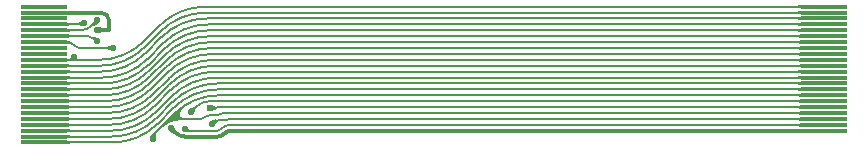
<source format=gbr>
%TF.GenerationSoftware,KiCad,Pcbnew,9.0.3-9.0.3-0~ubuntu24.04.1*%
%TF.CreationDate,2025-09-10T15:10:14+02:00*%
%TF.ProjectId,debix_rpi_22,64656269-785f-4727-9069-5f32322e6b69,rev?*%
%TF.SameCoordinates,Original*%
%TF.FileFunction,Copper,L1,Top*%
%TF.FilePolarity,Positive*%
%FSLAX46Y46*%
G04 Gerber Fmt 4.6, Leading zero omitted, Abs format (unit mm)*
G04 Created by KiCad (PCBNEW 9.0.3-9.0.3-0~ubuntu24.04.1) date 2025-09-10 15:10:14*
%MOMM*%
%LPD*%
G01*
G04 APERTURE LIST*
%TA.AperFunction,Conductor*%
%ADD10C,0.200000*%
%TD*%
%ADD11C,0.200000*%
%TA.AperFunction,SMDPad,CuDef*%
%ADD12R,4.000000X0.300000*%
%TD*%
%TA.AperFunction,ViaPad*%
%ADD13C,0.550000*%
%TD*%
%TA.AperFunction,ViaPad*%
%ADD14C,0.600000*%
%TD*%
%TA.AperFunction,Conductor*%
%ADD15C,0.300000*%
%TD*%
G04 APERTURE END LIST*
D10*
%TO.N,GND*%
X123499208Y-139417460D02*
X122674699Y-139489156D01*
X123000000Y-139200000D01*
X123204278Y-138938196D01*
X123499208Y-139417460D01*
%TA.AperFunction,Conductor*%
G36*
X123499208Y-139417460D02*
G01*
X122674699Y-139489156D01*
X123000000Y-139200000D01*
X123204278Y-138938196D01*
X123499208Y-139417460D01*
G37*
%TD.AperFunction*%
D11*
X123800000Y-139500000D02*
X123795005Y-139498741D01*
X123790044Y-139497470D01*
X123785132Y-139496191D01*
X123780254Y-139494900D01*
X123775424Y-139493601D01*
X123770628Y-139492290D01*
X123765879Y-139490972D01*
X123761163Y-139489642D01*
X123756494Y-139488305D01*
X123751859Y-139486956D01*
X123747268Y-139485600D01*
X123742712Y-139484233D01*
X123738200Y-139482858D01*
X123733721Y-139481473D01*
X123729286Y-139480080D01*
X123724884Y-139478677D01*
X123720526Y-139477267D01*
X123716200Y-139475846D01*
X123711917Y-139474418D01*
X123707666Y-139472980D01*
X123703458Y-139471535D01*
X123699281Y-139470080D01*
X123695146Y-139468618D01*
X123691043Y-139467147D01*
X123686981Y-139465669D01*
X123682950Y-139464180D01*
X123678959Y-139462686D01*
X123675000Y-139461182D01*
X123671080Y-139459672D01*
X123667191Y-139458152D01*
X123663342Y-139456626D01*
X123659522Y-139455090D01*
X123655742Y-139453549D01*
X123651992Y-139451998D01*
X123648280Y-139450441D01*
X123644597Y-139448876D01*
X123640952Y-139447304D01*
X123637337Y-139445724D01*
X123633759Y-139444138D01*
X123630210Y-139442543D01*
X123626697Y-139440942D01*
X123623213Y-139439333D01*
X123619766Y-139437718D01*
X123616347Y-139436095D01*
X123612963Y-139434466D01*
X123609608Y-139432829D01*
X123606287Y-139431187D01*
X123602995Y-139429536D01*
X123599737Y-139427880D01*
X123596507Y-139426216D01*
X123593310Y-139424547D01*
X123590141Y-139422870D01*
X123587006Y-139421187D01*
X123583897Y-139419497D01*
X123580822Y-139417802D01*
X123577773Y-139416098D01*
X123574757Y-139414390D01*
X123571767Y-139412674D01*
X123568810Y-139410954D01*
X123565878Y-139409225D01*
X123562978Y-139407492D01*
X123560104Y-139405751D01*
X123557261Y-139404006D01*
X123554444Y-139402253D01*
X123551657Y-139400495D01*
X123548896Y-139398730D01*
X123546165Y-139396961D01*
X123543459Y-139395184D01*
X123540782Y-139393402D01*
X123538131Y-139391613D01*
X123535508Y-139389820D01*
X123532911Y-139388019D01*
X123530342Y-139386214D01*
X123527797Y-139384402D01*
X123525281Y-139382585D01*
X123522789Y-139380761D01*
X123520325Y-139378933D01*
X123517885Y-139377098D01*
X123515472Y-139375258D01*
X123513083Y-139373411D01*
X123510720Y-139371560D01*
X123508382Y-139369702D01*
X123506070Y-139367840D01*
X123503781Y-139365971D01*
X123501518Y-139364097D01*
X123499279Y-139362216D01*
X123497065Y-139360331D01*
X123494874Y-139358439D01*
X123492708Y-139356543D01*
X123490565Y-139354640D01*
X123488447Y-139352732D01*
X123486352Y-139350819D01*
X123484281Y-139348900D01*
X123482232Y-139346974D01*
X123480208Y-139345044D01*
X123478205Y-139343108D01*
X123476227Y-139341166D01*
X123474270Y-139339219D01*
X123472337Y-139337266D01*
X123470425Y-139335307D01*
X123468537Y-139333343D01*
X123466670Y-139331373D01*
X123464826Y-139329398D01*
X123463003Y-139327417D01*
X123461203Y-139325430D01*
X123459424Y-139323437D01*
X123457667Y-139321438D01*
X123455932Y-139319434D01*
X123454217Y-139317424D01*
X123452525Y-139315409D01*
X123450853Y-139313387D01*
X123449202Y-139311360D01*
X123447572Y-139309326D01*
X123445964Y-139307287D01*
X123444375Y-139305242D01*
X123442808Y-139303191D01*
X123441261Y-139301133D01*
X123439735Y-139299071D01*
X123438228Y-139297001D01*
X123436743Y-139294926D01*
X123435277Y-139292845D01*
X123433831Y-139290758D01*
X123432405Y-139288663D01*
X123431000Y-139286564D01*
X123429613Y-139284457D01*
X123428248Y-139282345D01*
X123425574Y-139278101D01*
X123422978Y-139273831D01*
X123420460Y-139269535D01*
X123418019Y-139265212D01*
X123415654Y-139260862D01*
X123413365Y-139256485D01*
X123411151Y-139252080D01*
X123409012Y-139247647D01*
X123406948Y-139243185D01*
X123404959Y-139238694D01*
X123403043Y-139234173D01*
X123401201Y-139229621D01*
X123399433Y-139225039D01*
X123397738Y-139220426D01*
X123396117Y-139215780D01*
X123394568Y-139211102D01*
X123393093Y-139206391D01*
X123391691Y-139201646D01*
X123390362Y-139196867D01*
X123389106Y-139192053D01*
X123387923Y-139187203D01*
X123386813Y-139182318D01*
X123385777Y-139177395D01*
X123384814Y-139172435D01*
X123383926Y-139167436D01*
X123383111Y-139162399D01*
X123382371Y-139157322D01*
X123381706Y-139152205D01*
X123381116Y-139147048D01*
X123380602Y-139141848D01*
X123380163Y-139136606D01*
X123379801Y-139131321D01*
X123379517Y-139125993D01*
X123379309Y-139120620D01*
X123379180Y-139115202D01*
X123379129Y-139109738D01*
X123379158Y-139104228D01*
X123379267Y-139098670D01*
X123379457Y-139093064D01*
X123379728Y-139087410D01*
X123380082Y-139081706D01*
X123380519Y-139075952D01*
X123381039Y-139070148D01*
X123381644Y-139064291D01*
X123382335Y-139058383D01*
X123383113Y-139052422D01*
X123383978Y-139046407D01*
X123384931Y-139040338D01*
X123385974Y-139034214D01*
X123387107Y-139028034D01*
X123388332Y-139021799D01*
X123389649Y-139015506D01*
X123391059Y-139009156D01*
X123392565Y-139002747D01*
X123394166Y-138996280D01*
X123395864Y-138989754D01*
X123397660Y-138983168D01*
X123399555Y-138976521D01*
X123401550Y-138969813D01*
X123403647Y-138963043D01*
X123405847Y-138956211D01*
X123408151Y-138949317D01*
X123410560Y-138942360D01*
X123413075Y-138935339D01*
X123415698Y-138928253D01*
X123418430Y-138921104D01*
X123421272Y-138913889D01*
X123424225Y-138906609D01*
X123427291Y-138899264D01*
X123430471Y-138891853D01*
X123433766Y-138884376D01*
X123437177Y-138876832D01*
X123440706Y-138869221D01*
X123444354Y-138861544D01*
X123448121Y-138853800D01*
X123452010Y-138845989D01*
X123456021Y-138838110D01*
X123460155Y-138830165D01*
X123464414Y-138822153D01*
X123468799Y-138814074D01*
X123473310Y-138805928D01*
X123477949Y-138797716D01*
X123482717Y-138789437D01*
X123487615Y-138781093D01*
X123492642Y-138772684D01*
X123497802Y-138764210D01*
X123503093Y-138755672D01*
X123508516Y-138747071D01*
X123514073Y-138738407D01*
X123519764Y-138729682D01*
X123525589Y-138720897D01*
X123531547Y-138712053D01*
X123537641Y-138703151D01*
X123543869Y-138694194D01*
X123550231Y-138685182D01*
X123556726Y-138676118D01*
X123563355Y-138667004D01*
X123570117Y-138657842D01*
X123577010Y-138648636D01*
X123584033Y-138639388D01*
X123591184Y-138630101D01*
X123598462Y-138620780D01*
X123605864Y-138611428D01*
X123613388Y-138602050D01*
X123621029Y-138592651D01*
X123628784Y-138583236D01*
X123636649Y-138573813D01*
X123644618Y-138564387D01*
X123652685Y-138554967D01*
X123660843Y-138545562D01*
X123669083Y-138536182D01*
X123677396Y-138526837D01*
X123685771Y-138517540D01*
X123694194Y-138508307D01*
X123702651Y-138499152D01*
X123711124Y-138490095D01*
X123719591Y-138481158D01*
X123728028Y-138472365D01*
X123736406Y-138463746D01*
X123744691Y-138455333D01*
X123750000Y-138450000D01*
%TD*%
D12*
%TO.P,J3,1,Pin_1*%
%TO.N,GND*%
X178000000Y-130000000D03*
%TO.P,J3,2,Pin_2*%
%TO.N,/csi_d0_N*%
X178000000Y-130500000D03*
%TO.P,J3,3,Pin_3*%
%TO.N,/csi_d0_P*%
X178000000Y-131000000D03*
%TO.P,J3,4,Pin_4*%
%TO.N,GND*%
X178000000Y-131500000D03*
%TO.P,J3,5,Pin_5*%
%TO.N,/csi_d1_N*%
X178000000Y-132000000D03*
%TO.P,J3,6,Pin_6*%
%TO.N,/csi_d1_P*%
X178000000Y-132500000D03*
%TO.P,J3,7,Pin_7*%
%TO.N,GND*%
X178000000Y-133000000D03*
%TO.P,J3,8,Pin_8*%
%TO.N,/csi_clk_N*%
X178000000Y-133500000D03*
%TO.P,J3,9,Pin_9*%
%TO.N,/csi_clk_P*%
X178000000Y-134000000D03*
%TO.P,J3,10,Pin_10*%
%TO.N,GND*%
X178000000Y-134500000D03*
%TO.P,J3,11,Pin_11*%
%TO.N,/csi_d2_N*%
X178000000Y-135000000D03*
%TO.P,J3,12,Pin_12*%
%TO.N,/csi_d2_P*%
X178000000Y-135500000D03*
%TO.P,J3,13,Pin_13*%
%TO.N,GND*%
X178000000Y-136000000D03*
%TO.P,J3,14,Pin_14*%
%TO.N,/csi_d3_N*%
X178000000Y-136500000D03*
%TO.P,J3,15,Pin_15*%
%TO.N,/csi_d3_P*%
X178000000Y-137000000D03*
%TO.P,J3,16,Pin_16*%
%TO.N,GND*%
X178000000Y-137500000D03*
%TO.P,J3,17,Pin_17*%
%TO.N,/CAM_GPIO_0*%
X178000000Y-138000000D03*
%TO.P,J3,18,Pin_18*%
%TO.N,/CAM_GPIO_1*%
X178000000Y-138500000D03*
%TO.P,J3,19,Pin_19*%
%TO.N,GND*%
X178000000Y-139000000D03*
%TO.P,J3,20,Pin_20*%
%TO.N,/csi_scl*%
X178000000Y-139500000D03*
%TO.P,J3,21,Pin_21*%
%TO.N,/csi_sda*%
X178000000Y-140000000D03*
%TO.P,J3,22,Pin_22*%
%TO.N,+3V3*%
X178000000Y-140500000D03*
%TD*%
%TO.P,J1,1,Pin_1*%
%TO.N,VDD_5V*%
X112000000Y-130000000D03*
%TO.P,J1,2,Pin_2*%
%TO.N,+3V3*%
X112000000Y-130500000D03*
%TO.P,J1,3,Pin_3*%
%TO.N,+1V8*%
X112000000Y-131000000D03*
%TO.P,J1,4,Pin_4*%
%TO.N,/CAM_GPIO_1*%
X112000000Y-131500000D03*
%TO.P,J1,5,Pin_5*%
%TO.N,/CAM_GPIO_0*%
X112000000Y-132000000D03*
%TO.P,J1,6,Pin_6*%
%TO.N,/csi_sda*%
X112000000Y-132500000D03*
%TO.P,J1,7,Pin_7*%
%TO.N,/csi_scl*%
X112000000Y-133000000D03*
%TO.P,J1,8,Pin_8*%
%TO.N,unconnected-(J1-Pin_8-Pad8)*%
X112000000Y-133500000D03*
%TO.P,J1,9,Pin_9*%
%TO.N,unconnected-(J1-Pin_9-Pad9)*%
X112000000Y-134000000D03*
%TO.P,J1,10,Pin_10*%
%TO.N,GND*%
X112000000Y-134500000D03*
%TO.P,J1,11,Pin_11*%
%TO.N,/csi_d0_N*%
X112000000Y-135000000D03*
%TO.P,J1,12,Pin_12*%
%TO.N,/csi_d0_P*%
X112000000Y-135500000D03*
%TO.P,J1,13,Pin_13*%
%TO.N,GND*%
X112000000Y-136000000D03*
%TO.P,J1,14,Pin_14*%
%TO.N,/csi_d1_N*%
X112000000Y-136500000D03*
%TO.P,J1,15,Pin_15*%
%TO.N,/csi_d1_P*%
X112000000Y-137000000D03*
%TO.P,J1,16,Pin_16*%
%TO.N,GND*%
X112000000Y-137500000D03*
%TO.P,J1,17,Pin_17*%
%TO.N,/csi_clk_N*%
X112000000Y-138000000D03*
%TO.P,J1,18,Pin_18*%
%TO.N,/csi_clk_P*%
X112000000Y-138500000D03*
%TO.P,J1,19,Pin_19*%
%TO.N,GND*%
X112000000Y-139000000D03*
%TO.P,J1,20,Pin_20*%
%TO.N,/csi_d2_N*%
X112000000Y-139500000D03*
%TO.P,J1,21,Pin_21*%
%TO.N,/csi_d2_P*%
X112000000Y-140000000D03*
%TO.P,J1,22,Pin_22*%
%TO.N,GND*%
X112000000Y-140500000D03*
%TO.P,J1,23,Pin_23*%
%TO.N,/csi_d3_N*%
X112000000Y-141000000D03*
%TO.P,J1,24,Pin_24*%
%TO.N,/csi_d3_P*%
X112000000Y-141500000D03*
%TD*%
D13*
%TO.N,/csi_scl*%
X117828293Y-133515121D03*
X126174000Y-139974000D03*
%TO.N,+3V3*%
X116479346Y-132000000D03*
X122708557Y-140291443D03*
%TO.N,/csi_sda*%
X116500000Y-132900000D03*
X123875000Y-140375000D03*
%TO.N,GND*%
X114499997Y-134252003D03*
X121174265Y-141174265D03*
D14*
%TO.N,/CAM_GPIO_1*%
X126000000Y-138600000D03*
D13*
X115398000Y-131400000D03*
%TO.N,/CAM_GPIO_0*%
X124401000Y-138925000D03*
X116500000Y-131150000D03*
%TD*%
D10*
%TO.N,/csi_scl*%
X113887754Y-133000000D02*
X112000000Y-133000000D01*
X115131366Y-133515121D02*
X117828293Y-133515121D01*
X126174000Y-139974000D02*
X126355897Y-139792102D01*
X127435484Y-139610205D02*
X126795036Y-139610205D01*
X127701539Y-139500000D02*
X178000000Y-139500000D01*
X127701539Y-139500000D02*
G75*
G03*
X127568498Y-139555089I-39J-188100D01*
G01*
X126795036Y-139610205D02*
G75*
G03*
X126355888Y-139792093I-36J-620995D01*
G01*
X127568512Y-139555103D02*
G75*
G02*
X127435484Y-139610201I-133012J133003D01*
G01*
X115131366Y-133515121D02*
G75*
G02*
X114509586Y-133257534I34J879321D01*
G01*
X114509560Y-133257560D02*
G75*
G03*
X113887754Y-133000042I-621760J-621840D01*
G01*
%TO.N,/csi_d0_N*%
X116678928Y-134999989D02*
X112000000Y-135000000D01*
X125686865Y-130500002D02*
X178000000Y-130500000D01*
X120526690Y-133406195D02*
X121839103Y-132093791D01*
X125686865Y-130500002D02*
G75*
G03*
X121839115Y-132093803I35J-5441598D01*
G01*
X120526690Y-133406195D02*
G75*
G02*
X116678928Y-135000000I-3847790J3847795D01*
G01*
D15*
%TO.N,+3V3*%
X117499978Y-131215782D02*
X117499984Y-131883135D01*
X127839597Y-140501000D02*
X178000000Y-140501000D01*
X126634903Y-140999988D02*
X123918135Y-141000011D01*
X116784216Y-130500024D02*
X112000000Y-130500000D01*
X116479346Y-132000000D02*
X117383135Y-131999985D01*
X122708557Y-140291443D02*
X123062832Y-140645729D01*
X117499978Y-131215782D02*
G75*
G03*
X116784216Y-130500022I-715778J-18D01*
G01*
X126634903Y-140999988D02*
G75*
G03*
X127237254Y-140750497I-3J851888D01*
G01*
X117383135Y-131999985D02*
G75*
G03*
X117465750Y-131965750I-35J116885D01*
G01*
X117499984Y-131883135D02*
G75*
G02*
X117465749Y-131965749I-116884J35D01*
G01*
X123918135Y-141000011D02*
G75*
G02*
X123062827Y-140645734I-35J1209511D01*
G01*
X127839597Y-140501000D02*
G75*
G03*
X127237244Y-140750487I3J-851900D01*
G01*
D10*
%TO.N,/csi_sda*%
X123875000Y-140375000D02*
X123962000Y-140461999D01*
X124172036Y-140548999D02*
X126412740Y-140549010D01*
X115717155Y-132500000D02*
X112000000Y-132500000D01*
X177987911Y-139987788D02*
X177951000Y-139951000D01*
X116500000Y-132900000D02*
X116449999Y-132900001D01*
X127738143Y-139999982D02*
X177947884Y-139999999D01*
X116199998Y-132700001D02*
X116364643Y-132864647D01*
X116364643Y-132864647D02*
G75*
G03*
X116449999Y-132900006I85357J85347D01*
G01*
X123962000Y-140461999D02*
G75*
G03*
X124172036Y-140548984I210000J209999D01*
G01*
X177982817Y-140000059D02*
G75*
G03*
X177947884Y-139999999I-34917J-10169841D01*
G01*
X115717155Y-132500000D02*
G75*
G02*
X116200012Y-132699987I45J-682800D01*
G01*
X127738143Y-139999982D02*
G75*
G03*
X127075430Y-140274485I-43J-937118D01*
G01*
X126412740Y-140549010D02*
G75*
G03*
X127075430Y-140274485I-40J937210D01*
G01*
X177987911Y-139987788D02*
G75*
G02*
X177982817Y-140000129I-5111J-5112D01*
G01*
%TO.N,/csi_d2_P*%
X117494289Y-139999987D02*
X112000000Y-140000000D01*
X126502222Y-135499993D02*
X178000000Y-135500000D01*
X121342049Y-138406192D02*
X122654463Y-137093783D01*
X126502222Y-135499993D02*
G75*
G03*
X122654464Y-137093784I-22J-5441507D01*
G01*
X117494289Y-139999987D02*
G75*
G03*
X121342062Y-138406205I11J5441587D01*
G01*
%TO.N,/csi_d1_P*%
X126052665Y-132500002D02*
X178000000Y-132500000D01*
X117044728Y-136999989D02*
X112000000Y-137000000D01*
X122204903Y-134093791D02*
X120892491Y-135406196D01*
X117044728Y-136999989D02*
G75*
G03*
X120892482Y-135406187I-28J5441589D01*
G01*
X126052665Y-132500002D02*
G75*
G03*
X122204915Y-134093803I35J-5441598D01*
G01*
%TO.N,GND*%
X121870194Y-140196927D02*
X121273781Y-140793346D01*
X126368035Y-134500021D02*
X178000000Y-134500000D01*
X114000000Y-134500000D02*
X113874000Y-134500000D01*
X113748000Y-134500000D02*
X113874000Y-134500000D01*
X113496000Y-134500000D02*
X113748000Y-134500000D01*
X126656868Y-139201000D02*
X125963188Y-139201003D01*
X120459596Y-132906206D02*
X121772007Y-131593803D01*
X114000000Y-134500000D02*
X114125999Y-134499998D01*
X117111828Y-137499989D02*
X112000000Y-137500000D01*
X125918471Y-131500015D02*
X178000000Y-131500000D01*
X120959591Y-135906196D02*
X122272003Y-134593791D01*
X121174275Y-141033554D02*
X121174265Y-141174265D01*
X114000000Y-134500000D02*
X114126000Y-134500000D01*
X113496000Y-134500000D02*
X112000000Y-134500000D01*
X121273765Y-140793334D02*
X122973306Y-139093775D01*
X114000000Y-134500000D02*
X114000000Y-134500000D01*
X116910532Y-135999995D02*
X112000000Y-136000000D01*
X127142125Y-138999989D02*
X178000000Y-139000000D01*
X117360088Y-138999988D02*
X112000000Y-139000000D01*
X123550273Y-139501003D02*
X125238922Y-139500991D01*
X116611832Y-134499996D02*
X114126000Y-134500000D01*
X117611832Y-140499996D02*
X112000000Y-140500000D01*
X122772006Y-137593803D02*
X121459595Y-138906206D01*
X125619771Y-130000015D02*
X178000000Y-130000000D01*
X126119765Y-133000002D02*
X178000000Y-133000000D01*
X113748000Y-134500000D02*
X113496000Y-134500000D01*
X113748000Y-134500000D02*
X113874000Y-134500000D01*
X114126000Y-134500000D02*
X114126000Y-134500000D01*
X114126000Y-134500000D02*
X114126000Y-134500000D01*
X114341093Y-134410902D02*
X114499997Y-134252003D01*
X114000000Y-134500000D02*
X114000000Y-134500000D01*
X126821052Y-137499976D02*
X178000000Y-137500000D01*
X122520266Y-136093805D02*
X121207857Y-137406199D01*
X122070707Y-133093803D02*
X120758296Y-134406206D01*
X114000000Y-134500000D02*
X113874000Y-134500000D01*
X126619770Y-136000015D02*
X178000000Y-136000000D01*
X114126000Y-134500000D02*
X114126000Y-134500000D01*
X123550273Y-139501003D02*
G75*
G03*
X121870200Y-140196933I27J-2375997D01*
G01*
X126368035Y-134500021D02*
G75*
G03*
X122520253Y-136093792I-35J-5441579D01*
G01*
X122772006Y-137593803D02*
G75*
G02*
X126619770Y-135999995I3847794J-3847797D01*
G01*
X120459596Y-132906206D02*
G75*
G02*
X116611832Y-134500012I-3847796J3847806D01*
G01*
X120959591Y-135906196D02*
G75*
G02*
X117111828Y-137500002I-3847791J3847796D01*
G01*
X114341093Y-134410902D02*
G75*
G02*
X114125999Y-134499994I-215093J215102D01*
G01*
X113748000Y-134500000D02*
X113748000Y-134500000D01*
X125601055Y-139350997D02*
G75*
G02*
X125963188Y-139201009I362145J-362203D01*
G01*
X120758296Y-134406206D02*
G75*
G02*
X116910532Y-136000012I-3847796J3847806D01*
G01*
X113874000Y-134500000D02*
X113874000Y-134500000D01*
X117611832Y-140499996D02*
G75*
G03*
X121459584Y-138906195I-32J5441596D01*
G01*
X114000000Y-134500000D02*
X114000000Y-134500000D01*
X126899497Y-139100494D02*
G75*
G02*
X126656868Y-139200982I-242597J242594D01*
G01*
X125238922Y-139500991D02*
G75*
G03*
X125601053Y-139350995I-22J512191D01*
G01*
X114000000Y-134500000D02*
X114000000Y-134500000D01*
X117360088Y-138999988D02*
G75*
G03*
X121207863Y-137406205I12J5441588D01*
G01*
X126821052Y-137499976D02*
G75*
G03*
X122973277Y-139093746I-52J-5441524D01*
G01*
X114000000Y-134500000D02*
X114000000Y-134500000D01*
X121273765Y-140793334D02*
X121273765Y-140793334D01*
X121174275Y-141033554D02*
G75*
G02*
X121273796Y-140793361I339725J-46D01*
G01*
X122070707Y-133093803D02*
G75*
G02*
X125918471Y-131499996I3847793J-3847797D01*
G01*
X121772007Y-131593803D02*
G75*
G02*
X125619771Y-129999996I3847793J-3847797D01*
G01*
X126119765Y-133000002D02*
G75*
G03*
X122272015Y-134593803I35J-5441598D01*
G01*
X127142125Y-138999989D02*
G75*
G03*
X126899485Y-139100482I-25J-343111D01*
G01*
%TO.N,/csi_d2_N*%
X126435135Y-135000021D02*
X178000000Y-135000000D01*
X117427196Y-139500000D02*
X112000000Y-139500000D01*
X121274960Y-137906212D02*
X122587371Y-136593809D01*
X121274960Y-137906212D02*
G75*
G02*
X117427196Y-139499991I-3847760J3847812D01*
G01*
X126435135Y-135000021D02*
G75*
G03*
X122587354Y-136593792I-35J-5441579D01*
G01*
%TO.N,/csi_d0_P*%
X120593791Y-133906196D02*
X121906203Y-132593791D01*
X125753965Y-131000002D02*
X178000000Y-131000000D01*
X116746028Y-135499989D02*
X112000000Y-135500000D01*
X125753965Y-131000002D02*
G75*
G03*
X121906215Y-132593803I35J-5441598D01*
G01*
X120593791Y-133906196D02*
G75*
G02*
X116746028Y-135500002I-3847791J3847796D01*
G01*
%TO.N,/csi_d3_P*%
X126753971Y-137000015D02*
X178000000Y-137000000D01*
X117746028Y-141499989D02*
X112000000Y-141500000D01*
X122906205Y-138593801D02*
X121593794Y-139906198D01*
X121593794Y-139906198D02*
G75*
G02*
X117746028Y-141500005I-3847794J3847798D01*
G01*
X122906205Y-138593801D02*
G75*
G02*
X126753971Y-136999993I3847795J-3847799D01*
G01*
%TO.N,/csi_clk_N*%
X117178934Y-137999995D02*
X112000000Y-138000000D01*
X122339101Y-135093771D02*
X121026684Y-136406196D01*
X126186852Y-133499976D02*
X178000000Y-133500000D01*
X126186852Y-133499976D02*
G75*
G03*
X122339076Y-135093746I-52J-5441524D01*
G01*
X117178934Y-137999995D02*
G75*
G03*
X121026662Y-136406174I-34J5441495D01*
G01*
%TO.N,/csi_d3_N*%
X126686871Y-136500015D02*
X178000000Y-136500000D01*
X117678932Y-140999995D02*
X112000000Y-141000000D01*
X121526695Y-139406205D02*
X122839107Y-138093803D01*
X117678932Y-140999995D02*
G75*
G03*
X121526684Y-139406194I-32J5441595D01*
G01*
X126686871Y-136500015D02*
G75*
G03*
X122839120Y-138093816I29J-5441585D01*
G01*
%TO.N,/csi_clk_P*%
X117246033Y-138499996D02*
X112000000Y-138500000D01*
X122406205Y-135593793D02*
X121093792Y-136906204D01*
X126253964Y-134000002D02*
X178000000Y-134000000D01*
X122406205Y-135593793D02*
G75*
G02*
X126253964Y-133999988I3847795J-3847807D01*
G01*
X117246033Y-138499996D02*
G75*
G03*
X121093783Y-136906195I-33J5441596D01*
G01*
%TO.N,/csi_d1_N*%
X120825391Y-134906196D02*
X122137803Y-133593791D01*
X125985565Y-132000002D02*
X178000000Y-132000000D01*
X116977628Y-136499989D02*
X112000000Y-136500000D01*
X120825391Y-134906196D02*
G75*
G02*
X116977628Y-136500002I-3847791J3847796D01*
G01*
X125985565Y-132000002D02*
G75*
G03*
X122137815Y-133593803I35J-5441598D01*
G01*
%TO.N,/CAM_GPIO_1*%
X112008662Y-131499999D02*
X112000001Y-131499999D01*
X126000000Y-138600000D02*
X126480231Y-138599987D01*
X177987911Y-138512211D02*
X177951000Y-138549000D01*
X115360249Y-131437750D02*
X115398000Y-131400000D01*
X115360249Y-131437750D02*
X115398000Y-131400000D01*
X112083648Y-131451000D02*
X112049000Y-131451001D01*
X115269113Y-131475895D02*
X112025985Y-131499935D01*
X115310937Y-131451000D02*
X115346999Y-131451000D01*
X126721653Y-138500012D02*
X177947884Y-138500000D01*
X126600942Y-138549999D02*
G75*
G02*
X126480231Y-138599995I-120742J120799D01*
G01*
X115360249Y-131437750D02*
X115360249Y-131437750D01*
X115269113Y-131475895D02*
G75*
G03*
X115360235Y-131437736I-1013J130295D01*
G01*
X177987911Y-138512211D02*
G75*
G03*
X177982817Y-138499872I-5111J5111D01*
G01*
X112008662Y-131499999D02*
G75*
G03*
X112025985Y-131499935I38J2344799D01*
G01*
X115269113Y-131475895D02*
G75*
G03*
X115360235Y-131437736I-1013J130295D01*
G01*
X177982817Y-138499941D02*
G75*
G02*
X177947884Y-138500000I-35217J10520541D01*
G01*
X126600942Y-138549999D02*
G75*
G02*
X126721653Y-138499992I120758J-120801D01*
G01*
%TO.N,/CAM_GPIO_0*%
X115048961Y-132000013D02*
X112000000Y-132000000D01*
X178062664Y-137982825D02*
X179899000Y-137951000D01*
X177983713Y-138016313D02*
X177951000Y-138049000D01*
X124401000Y-138925000D02*
X124863500Y-138462500D01*
X116075003Y-131575008D02*
X116500000Y-131150000D01*
X177965351Y-138000000D02*
X178000283Y-137999882D01*
X178024500Y-137975500D02*
X177999999Y-138000000D01*
X125980073Y-137999797D02*
X177970182Y-137983641D01*
X116075003Y-131575008D02*
G75*
G02*
X115048961Y-131999991I-1026003J1026008D01*
G01*
X125980073Y-137999797D02*
G75*
G03*
X124863511Y-138462511I527J-1579803D01*
G01*
X177970182Y-137983641D02*
G75*
G02*
X177983747Y-138016347I18J-19159D01*
G01*
X178062664Y-137982825D02*
G75*
G03*
X177983692Y-138016292I1936J-114475D01*
G01*
X178062664Y-137982825D02*
G75*
G02*
X177970182Y-137983641I-94364J5454325D01*
G01*
%TD*%
%TA.AperFunction,Conductor*%
%TO.N,GND*%
G36*
X176007097Y-134350533D02*
G01*
X177845360Y-134488333D01*
X177853353Y-134492368D01*
X177856152Y-134500875D01*
X177852117Y-134508868D01*
X177845360Y-134511667D01*
X176041398Y-134646896D01*
X176039649Y-134646896D01*
X176022452Y-134645607D01*
X176014877Y-134645180D01*
X176013959Y-134645145D01*
X176006849Y-134645011D01*
X176006222Y-134645000D01*
X176000403Y-134645000D01*
X176000399Y-134645000D01*
X175990369Y-134645805D01*
X175985733Y-134645243D01*
X175858000Y-134602667D01*
X175851235Y-134596800D01*
X175850000Y-134591571D01*
X175850000Y-134408434D01*
X175853427Y-134400162D01*
X175857999Y-134397335D01*
X175996703Y-134351099D01*
X176000403Y-134350500D01*
X176006222Y-134350500D01*
X176007097Y-134350533D01*
G37*
%TD.AperFunction*%
%TD*%
%TA.AperFunction,Conductor*%
%TO.N,/csi_scl*%
G36*
X117770947Y-133250307D02*
G01*
X117776888Y-133257007D01*
X117777297Y-133258506D01*
X117828822Y-133512798D01*
X117828822Y-133517444D01*
X117777297Y-133771735D01*
X117772295Y-133779163D01*
X117763507Y-133780879D01*
X117762008Y-133780470D01*
X117291455Y-133617843D01*
X117284755Y-133611902D01*
X117283577Y-133606785D01*
X117283577Y-133423456D01*
X117287004Y-133415183D01*
X117291453Y-133412398D01*
X117762009Y-133249771D01*
X117770947Y-133250307D01*
G37*
%TD.AperFunction*%
%TD*%
%TA.AperFunction,Conductor*%
%TO.N,/CAM_GPIO_1*%
G36*
X126175661Y-138354538D02*
G01*
X126505172Y-138500368D01*
X126508876Y-138502963D01*
X126634061Y-138633326D01*
X126637320Y-138641667D01*
X126633726Y-138649869D01*
X126630203Y-138652196D01*
X126175563Y-138845657D01*
X126166609Y-138845743D01*
X126161275Y-138841423D01*
X126003661Y-138607204D01*
X126001886Y-138598429D01*
X126003644Y-138594169D01*
X126161203Y-138358728D01*
X126168652Y-138353760D01*
X126175661Y-138354538D01*
G37*
%TD.AperFunction*%
%TD*%
%TA.AperFunction,Conductor*%
%TO.N,/csi_clk_P*%
G36*
X113977555Y-138354392D02*
G01*
X113985172Y-138354821D01*
X113986047Y-138354854D01*
X113993792Y-138355000D01*
X113993796Y-138355000D01*
X113999594Y-138355000D01*
X114009627Y-138354191D01*
X114014258Y-138354752D01*
X114141999Y-138397331D01*
X114148764Y-138403199D01*
X114149999Y-138408431D01*
X114149999Y-138591563D01*
X114146572Y-138599836D01*
X114141999Y-138602663D01*
X114014257Y-138645244D01*
X114009619Y-138645806D01*
X113999603Y-138645000D01*
X113999600Y-138645000D01*
X113993765Y-138645000D01*
X113993150Y-138645011D01*
X113986027Y-138645145D01*
X113985109Y-138645180D01*
X113977534Y-138645607D01*
X113960356Y-138646894D01*
X113958607Y-138646894D01*
X112154639Y-138511666D01*
X112146646Y-138507631D01*
X112143847Y-138499124D01*
X112147882Y-138491131D01*
X112154636Y-138488333D01*
X113958619Y-138353102D01*
X113960346Y-138353102D01*
X113977555Y-138354392D01*
G37*
%TD.AperFunction*%
%TD*%
%TA.AperFunction,Conductor*%
%TO.N,/csi_scl*%
G36*
X114002091Y-132885060D02*
G01*
X114100064Y-132916903D01*
X114173146Y-132940656D01*
X114179955Y-132946472D01*
X114180657Y-132955399D01*
X114180340Y-132956260D01*
X114111076Y-133123509D01*
X114104744Y-133129841D01*
X114102451Y-133130526D01*
X114014336Y-133147274D01*
X114003713Y-133149294D01*
X114001530Y-133149500D01*
X113993785Y-133149500D01*
X113992908Y-133149467D01*
X112174864Y-133012829D01*
X112166871Y-133008792D01*
X112164074Y-133000285D01*
X112168111Y-132992292D01*
X112175064Y-132989482D01*
X113997806Y-132884507D01*
X114002091Y-132885060D01*
G37*
%TD.AperFunction*%
%TD*%
%TA.AperFunction,Conductor*%
%TO.N,GND*%
G36*
X176007110Y-132850533D02*
G01*
X177845362Y-132988333D01*
X177853353Y-132992367D01*
X177856152Y-133000874D01*
X177852117Y-133008867D01*
X177845360Y-133011666D01*
X176041404Y-133146895D01*
X176039655Y-133146895D01*
X176022465Y-133145607D01*
X176014890Y-133145180D01*
X176013972Y-133145145D01*
X176006862Y-133145011D01*
X176006235Y-133145000D01*
X176000400Y-133145000D01*
X176000398Y-133145000D01*
X175990375Y-133145807D01*
X175985736Y-133145245D01*
X175858000Y-133102666D01*
X175851235Y-133096798D01*
X175850000Y-133091570D01*
X175850000Y-132908433D01*
X175853427Y-132900161D01*
X175857999Y-132897334D01*
X175996700Y-132851099D01*
X176000400Y-132850500D01*
X176006235Y-132850500D01*
X176007110Y-132850533D01*
G37*
%TD.AperFunction*%
%TD*%
%TA.AperFunction,Conductor*%
%TO.N,/csi_sda*%
G36*
X124036530Y-140154302D02*
G01*
X124037793Y-140155283D01*
X124362888Y-140445511D01*
X124366777Y-140453577D01*
X124366796Y-140454239D01*
X124366796Y-140637206D01*
X124363369Y-140645479D01*
X124355096Y-140648906D01*
X124355004Y-140648906D01*
X123861564Y-140645031D01*
X123860738Y-140644995D01*
X123834969Y-140642967D01*
X123826990Y-140638902D01*
X123824223Y-140630385D01*
X123824399Y-140629095D01*
X123873548Y-140377320D01*
X123875319Y-140373039D01*
X124020292Y-140157481D01*
X124027753Y-140152529D01*
X124036530Y-140154302D01*
G37*
%TD.AperFunction*%
%TD*%
%TA.AperFunction,Conductor*%
%TO.N,/CAM_GPIO_1*%
G36*
X115251151Y-131180168D02*
G01*
X115396268Y-131395933D01*
X115398042Y-131404711D01*
X115398027Y-131404786D01*
X115348405Y-131649696D01*
X115347240Y-131651425D01*
X115346914Y-131653486D01*
X115344837Y-131654994D01*
X115343404Y-131657124D01*
X115339669Y-131658750D01*
X115318607Y-131663806D01*
X115313704Y-131663926D01*
X114873106Y-131580689D01*
X114865613Y-131575786D01*
X114863578Y-131569281D01*
X114862220Y-131385935D01*
X114865586Y-131377637D01*
X114868344Y-131375563D01*
X115235871Y-131176410D01*
X115244775Y-131175483D01*
X115251151Y-131180168D01*
G37*
%TD.AperFunction*%
%TD*%
%TA.AperFunction,Conductor*%
%TO.N,/csi_d1_P*%
G36*
X114003300Y-136851100D02*
G01*
X114141999Y-136897329D01*
X114148764Y-136903196D01*
X114149999Y-136908429D01*
X114149999Y-137091561D01*
X114146572Y-137099834D01*
X114141999Y-137102661D01*
X114003288Y-137148900D01*
X113999588Y-137149500D01*
X113993818Y-137149500D01*
X113992943Y-137149467D01*
X112154640Y-137011666D01*
X112146647Y-137007631D01*
X112143848Y-136999124D01*
X112147883Y-136991131D01*
X112154637Y-136988333D01*
X113992890Y-136850533D01*
X113993765Y-136850500D01*
X113999600Y-136850500D01*
X114003300Y-136851100D01*
G37*
%TD.AperFunction*%
%TD*%
%TA.AperFunction,Conductor*%
%TO.N,GND*%
G36*
X176007110Y-138850533D02*
G01*
X177845361Y-138988333D01*
X177853354Y-138992368D01*
X177856153Y-139000875D01*
X177852118Y-139008868D01*
X177845361Y-139011667D01*
X176007110Y-139149467D01*
X176006235Y-139149500D01*
X176000400Y-139149500D01*
X175996700Y-139148900D01*
X175858000Y-139102665D01*
X175851235Y-139096797D01*
X175850000Y-139091565D01*
X175850000Y-139000000D01*
X175850000Y-138908430D01*
X175853427Y-138900160D01*
X175857997Y-138897334D01*
X175996700Y-138851099D01*
X176000400Y-138850500D01*
X176006235Y-138850500D01*
X176007110Y-138850533D01*
G37*
%TD.AperFunction*%
%TD*%
%TA.AperFunction,Conductor*%
%TO.N,/csi_d2_P*%
G36*
X114003300Y-139851100D02*
G01*
X114142000Y-139897328D01*
X114148764Y-139903195D01*
X114149999Y-139908428D01*
X114149999Y-140091560D01*
X114146572Y-140099833D01*
X114141999Y-140102660D01*
X114003285Y-140148900D01*
X113999585Y-140149500D01*
X113993831Y-140149500D01*
X113992956Y-140149467D01*
X112154641Y-140011666D01*
X112146648Y-140007631D01*
X112143849Y-139999124D01*
X112147884Y-139991131D01*
X112154638Y-139988333D01*
X113992890Y-139850533D01*
X113993765Y-139850500D01*
X113999600Y-139850500D01*
X114003300Y-139851100D01*
G37*
%TD.AperFunction*%
%TD*%
%TA.AperFunction,Conductor*%
%TO.N,/csi_d3_P*%
G36*
X114003300Y-141351100D02*
G01*
X114141999Y-141397329D01*
X114148764Y-141403196D01*
X114149999Y-141408429D01*
X114149999Y-141591561D01*
X114146572Y-141599834D01*
X114141999Y-141602661D01*
X114002228Y-141649253D01*
X113997653Y-141649820D01*
X112154640Y-141511666D01*
X112146647Y-141507631D01*
X112143848Y-141499124D01*
X112147883Y-141491131D01*
X112154637Y-141488333D01*
X113992890Y-141350533D01*
X113993765Y-141350500D01*
X113999600Y-141350500D01*
X114003300Y-141351100D01*
G37*
%TD.AperFunction*%
%TD*%
%TA.AperFunction,Conductor*%
%TO.N,GND*%
G36*
X113977595Y-135854392D02*
G01*
X113985211Y-135854821D01*
X113986086Y-135854854D01*
X113993831Y-135855000D01*
X113993835Y-135855000D01*
X113999585Y-135855000D01*
X114009627Y-135854191D01*
X114014254Y-135854751D01*
X114141999Y-135897331D01*
X114148764Y-135903199D01*
X114149999Y-135908431D01*
X114149999Y-136091563D01*
X114146572Y-136099836D01*
X114141999Y-136102663D01*
X114014257Y-136145244D01*
X114009619Y-136145806D01*
X113999603Y-136145000D01*
X113999600Y-136145000D01*
X113993765Y-136145000D01*
X113993150Y-136145011D01*
X113986027Y-136145145D01*
X113985109Y-136145180D01*
X113977534Y-136145607D01*
X113960356Y-136146894D01*
X113958607Y-136146894D01*
X112154639Y-136011666D01*
X112146646Y-136007631D01*
X112143847Y-135999124D01*
X112147882Y-135991131D01*
X112154636Y-135988333D01*
X113958646Y-135853100D01*
X113960359Y-135853100D01*
X113977595Y-135854392D01*
G37*
%TD.AperFunction*%
%TD*%
%TA.AperFunction,Conductor*%
%TO.N,+3V3*%
G36*
X116544785Y-131733158D02*
G01*
X117015130Y-131847815D01*
X117022356Y-131853104D01*
X117024059Y-131859182D01*
X117024063Y-132140800D01*
X117020636Y-132149073D01*
X117015134Y-132152167D01*
X116544817Y-132266833D01*
X116535968Y-132265463D01*
X116530679Y-132258237D01*
X116530579Y-132257789D01*
X116478817Y-132002319D01*
X116478817Y-131997680D01*
X116530580Y-131742207D01*
X116535581Y-131734781D01*
X116544369Y-131733065D01*
X116544785Y-131733158D01*
G37*
%TD.AperFunction*%
%TD*%
%TA.AperFunction,Conductor*%
%TO.N,GND*%
G36*
X114747340Y-134301219D02*
G01*
X114754790Y-134306189D01*
X114756543Y-134314970D01*
X114753061Y-134321238D01*
X114668911Y-134399999D01*
X114668911Y-134583481D01*
X114665484Y-134591754D01*
X114657211Y-134595181D01*
X114653329Y-134594518D01*
X114455885Y-134525073D01*
X114449218Y-134519095D01*
X114448284Y-134511794D01*
X114470108Y-134400000D01*
X114496750Y-134263517D01*
X114501698Y-134256055D01*
X114510473Y-134254277D01*
X114747340Y-134301219D01*
G37*
%TD.AperFunction*%
%TD*%
%TA.AperFunction,Conductor*%
%TO.N,GND*%
G36*
X114003300Y-138851100D02*
G01*
X114141999Y-138897329D01*
X114148764Y-138903196D01*
X114149999Y-138908429D01*
X114149999Y-139091561D01*
X114146572Y-139099834D01*
X114141999Y-139102661D01*
X114003288Y-139148900D01*
X113999588Y-139149500D01*
X113993818Y-139149500D01*
X113992943Y-139149467D01*
X112154640Y-139011666D01*
X112146647Y-139007631D01*
X112143848Y-138999124D01*
X112147883Y-138991131D01*
X112154637Y-138988333D01*
X113992890Y-138850533D01*
X113993765Y-138850500D01*
X113999600Y-138850500D01*
X114003300Y-138851100D01*
G37*
%TD.AperFunction*%
%TD*%
%TA.AperFunction,Conductor*%
%TO.N,/csi_d0_P*%
G36*
X176007110Y-130850533D02*
G01*
X177845363Y-130988333D01*
X177853354Y-130992367D01*
X177856153Y-131000874D01*
X177852118Y-131008867D01*
X177845361Y-131011666D01*
X176041398Y-131146896D01*
X176039649Y-131146896D01*
X176022452Y-131145607D01*
X176014877Y-131145180D01*
X176013959Y-131145145D01*
X176006849Y-131145011D01*
X176006222Y-131145000D01*
X176000403Y-131145000D01*
X176000399Y-131145000D01*
X175990369Y-131145805D01*
X175985733Y-131145243D01*
X175858000Y-131102666D01*
X175851235Y-131096798D01*
X175850000Y-131091570D01*
X175850000Y-130908433D01*
X175853427Y-130900161D01*
X175857999Y-130897334D01*
X175996700Y-130851099D01*
X176000400Y-130850500D01*
X176006235Y-130850500D01*
X176007110Y-130850533D01*
G37*
%TD.AperFunction*%
%TD*%
%TA.AperFunction,Conductor*%
%TO.N,/csi_clk_P*%
G36*
X177845363Y-133988333D02*
G01*
X177853354Y-133992367D01*
X177856153Y-134000874D01*
X177852118Y-134008867D01*
X177845361Y-134011666D01*
X176041398Y-134146896D01*
X176039649Y-134146896D01*
X176022452Y-134145607D01*
X176014877Y-134145180D01*
X176013959Y-134145145D01*
X176006849Y-134145011D01*
X176006222Y-134145000D01*
X176000403Y-134145000D01*
X176000399Y-134145000D01*
X175990369Y-134145805D01*
X175985733Y-134145243D01*
X175858000Y-134102666D01*
X175851235Y-134096798D01*
X175850000Y-134091570D01*
X175850000Y-133908433D01*
X175853427Y-133900161D01*
X175857999Y-133897334D01*
X175985744Y-133854751D01*
X175990370Y-133854191D01*
X176000403Y-133855000D01*
X176006218Y-133855000D01*
X176006222Y-133855000D01*
X176013967Y-133854854D01*
X176014842Y-133854821D01*
X176022459Y-133854392D01*
X176039668Y-133853102D01*
X176041381Y-133853102D01*
X177845363Y-133988333D01*
G37*
%TD.AperFunction*%
%TD*%
%TA.AperFunction,Conductor*%
%TO.N,/CAM_GPIO_1*%
G36*
X176007110Y-138350533D02*
G01*
X177845362Y-138488333D01*
X177853353Y-138492367D01*
X177856152Y-138500874D01*
X177852117Y-138508867D01*
X177845360Y-138511666D01*
X176041404Y-138646895D01*
X176039655Y-138646895D01*
X176022465Y-138645607D01*
X176014890Y-138645180D01*
X176013972Y-138645145D01*
X176006862Y-138645011D01*
X176006235Y-138645000D01*
X176000400Y-138645000D01*
X176000396Y-138645000D01*
X175990369Y-138645805D01*
X175985733Y-138645243D01*
X175858000Y-138602666D01*
X175851235Y-138596798D01*
X175850000Y-138591570D01*
X175850000Y-138408433D01*
X175853427Y-138400161D01*
X175857999Y-138397334D01*
X175996700Y-138351099D01*
X176000400Y-138350500D01*
X176006235Y-138350500D01*
X176007110Y-138350533D01*
G37*
%TD.AperFunction*%
%TD*%
%TA.AperFunction,Conductor*%
%TO.N,/csi_d2_P*%
G36*
X177845363Y-135488333D02*
G01*
X177853354Y-135492367D01*
X177856153Y-135500874D01*
X177852118Y-135508867D01*
X177845361Y-135511666D01*
X176041398Y-135646896D01*
X176039649Y-135646896D01*
X176022452Y-135645607D01*
X176014877Y-135645180D01*
X176013959Y-135645145D01*
X176006849Y-135645011D01*
X176006222Y-135645000D01*
X176000403Y-135645000D01*
X176000399Y-135645000D01*
X175990369Y-135645805D01*
X175985733Y-135645243D01*
X175858000Y-135602665D01*
X175851235Y-135596797D01*
X175850000Y-135591565D01*
X175850000Y-135500000D01*
X175850000Y-135408430D01*
X175853427Y-135400160D01*
X175857997Y-135397334D01*
X175985744Y-135354751D01*
X175990368Y-135354191D01*
X176000400Y-135355000D01*
X176006231Y-135355000D01*
X176006235Y-135355000D01*
X176013980Y-135354854D01*
X176014855Y-135354821D01*
X176022472Y-135354392D01*
X176039667Y-135353103D01*
X176041394Y-135353103D01*
X177845363Y-135488333D01*
G37*
%TD.AperFunction*%
%TD*%
%TA.AperFunction,Conductor*%
%TO.N,GND*%
G36*
X114242888Y-134200870D02*
G01*
X114491367Y-134250479D01*
X114498809Y-134255460D01*
X114500543Y-134259630D01*
X114551378Y-134510522D01*
X114549662Y-134519310D01*
X114542507Y-134524253D01*
X114223952Y-134596745D01*
X114215125Y-134595240D01*
X114209948Y-134587933D01*
X114209656Y-134585345D01*
X114209656Y-134400592D01*
X114209717Y-134399403D01*
X114224440Y-134255460D01*
X114228971Y-134211154D01*
X114233222Y-134203274D01*
X114241800Y-134200707D01*
X114242888Y-134200870D01*
G37*
%TD.AperFunction*%
%TD*%
%TA.AperFunction,Conductor*%
%TO.N,/csi_d3_P*%
G36*
X177845361Y-136988333D02*
G01*
X177853354Y-136992368D01*
X177856153Y-137000875D01*
X177852118Y-137008868D01*
X177845361Y-137011667D01*
X176007110Y-137149467D01*
X176006235Y-137149500D01*
X176000400Y-137149500D01*
X175996700Y-137148900D01*
X175858000Y-137102667D01*
X175851235Y-137096799D01*
X175850000Y-137091571D01*
X175850000Y-136908434D01*
X175853427Y-136900162D01*
X175857999Y-136897335D01*
X175985742Y-136854753D01*
X175990375Y-136854192D01*
X175998588Y-136854854D01*
X176000399Y-136855000D01*
X176000400Y-136855000D01*
X176006231Y-136855000D01*
X176006235Y-136855000D01*
X176013980Y-136854854D01*
X176014855Y-136854821D01*
X176022472Y-136854392D01*
X176039667Y-136853103D01*
X176041381Y-136853103D01*
X177845361Y-136988333D01*
G37*
%TD.AperFunction*%
%TD*%
%TA.AperFunction,Conductor*%
%TO.N,/csi_d1_P*%
G36*
X176007110Y-132350533D02*
G01*
X177845362Y-132488333D01*
X177853353Y-132492367D01*
X177856152Y-132500874D01*
X177852117Y-132508867D01*
X177845360Y-132511666D01*
X176041404Y-132646895D01*
X176039655Y-132646895D01*
X176022465Y-132645607D01*
X176014890Y-132645180D01*
X176013972Y-132645145D01*
X176006862Y-132645011D01*
X176006235Y-132645000D01*
X176000400Y-132645000D01*
X176000396Y-132645000D01*
X175990369Y-132645805D01*
X175985733Y-132645243D01*
X175858000Y-132602666D01*
X175851235Y-132596798D01*
X175850000Y-132591570D01*
X175850000Y-132408433D01*
X175853427Y-132400161D01*
X175857999Y-132397334D01*
X175996700Y-132351099D01*
X176000400Y-132350500D01*
X176006235Y-132350500D01*
X176007110Y-132350533D01*
G37*
%TD.AperFunction*%
%TD*%
%TA.AperFunction,Conductor*%
%TO.N,/csi_scl*%
G36*
X177845363Y-139488333D02*
G01*
X177853354Y-139492367D01*
X177856153Y-139500874D01*
X177852118Y-139508867D01*
X177845361Y-139511666D01*
X176041404Y-139646895D01*
X176039655Y-139646895D01*
X176022465Y-139645607D01*
X176014890Y-139645180D01*
X176013972Y-139645145D01*
X176006862Y-139645011D01*
X176006235Y-139645000D01*
X176000400Y-139645000D01*
X176000398Y-139645000D01*
X175990375Y-139645807D01*
X175985736Y-139645245D01*
X175858000Y-139602666D01*
X175851235Y-139596798D01*
X175850000Y-139591566D01*
X175850000Y-139408433D01*
X175853427Y-139400160D01*
X175857998Y-139397333D01*
X175985744Y-139354751D01*
X175990368Y-139354191D01*
X176000400Y-139355000D01*
X176006231Y-139355000D01*
X176006235Y-139355000D01*
X176013980Y-139354854D01*
X176014855Y-139354821D01*
X176022472Y-139354392D01*
X176039667Y-139353103D01*
X176041394Y-139353103D01*
X177845363Y-139488333D01*
G37*
%TD.AperFunction*%
%TD*%
%TA.AperFunction,Conductor*%
%TO.N,/csi_d2_N*%
G36*
X176007097Y-134850533D02*
G01*
X177845360Y-134988333D01*
X177853353Y-134992368D01*
X177856152Y-135000875D01*
X177852117Y-135008868D01*
X177845360Y-135011667D01*
X176007110Y-135149467D01*
X176006235Y-135149500D01*
X176000400Y-135149500D01*
X175996700Y-135148900D01*
X175858000Y-135102667D01*
X175851235Y-135096799D01*
X175850000Y-135091571D01*
X175850000Y-134908434D01*
X175853427Y-134900162D01*
X175857999Y-134897335D01*
X175996703Y-134851099D01*
X176000403Y-134850500D01*
X176006222Y-134850500D01*
X176007097Y-134850533D01*
G37*
%TD.AperFunction*%
%TD*%
%TA.AperFunction,Conductor*%
%TO.N,GND*%
G36*
X176007097Y-135850533D02*
G01*
X177845360Y-135988333D01*
X177853353Y-135992368D01*
X177856152Y-136000875D01*
X177852117Y-136008868D01*
X177845360Y-136011667D01*
X176041398Y-136146896D01*
X176039649Y-136146896D01*
X176022452Y-136145607D01*
X176014877Y-136145180D01*
X176013959Y-136145145D01*
X176006849Y-136145011D01*
X176006222Y-136145000D01*
X176000403Y-136145000D01*
X176000399Y-136145000D01*
X175990369Y-136145805D01*
X175985733Y-136145243D01*
X175858000Y-136102667D01*
X175851235Y-136096800D01*
X175850000Y-136091571D01*
X175850000Y-135908434D01*
X175853427Y-135900162D01*
X175857999Y-135897335D01*
X175996703Y-135851099D01*
X176000403Y-135850500D01*
X176006222Y-135850500D01*
X176007097Y-135850533D01*
G37*
%TD.AperFunction*%
%TD*%
%TA.AperFunction,Conductor*%
%TO.N,/csi_scl*%
G36*
X126570038Y-139550938D02*
G01*
X126576000Y-139557620D01*
X126576255Y-139558448D01*
X126623503Y-139734801D01*
X126622352Y-139743649D01*
X126408869Y-140115942D01*
X126401780Y-140121414D01*
X126392899Y-140120272D01*
X126392245Y-140119868D01*
X126177107Y-139976963D01*
X126172112Y-139969532D01*
X126122291Y-139714230D01*
X126124069Y-139705455D01*
X126129918Y-139700944D01*
X126561100Y-139550430D01*
X126570038Y-139550938D01*
G37*
%TD.AperFunction*%
%TD*%
%TA.AperFunction,Conductor*%
%TO.N,/csi_d0_N*%
G36*
X114003300Y-134851100D02*
G01*
X114142000Y-134897328D01*
X114148764Y-134903195D01*
X114149999Y-134908428D01*
X114149999Y-135091560D01*
X114146572Y-135099833D01*
X114141999Y-135102660D01*
X114014250Y-135145244D01*
X114009611Y-135145806D01*
X113999602Y-135145000D01*
X113999600Y-135145000D01*
X113993765Y-135145000D01*
X113993150Y-135145011D01*
X113986027Y-135145145D01*
X113985109Y-135145180D01*
X113977534Y-135145607D01*
X113960376Y-135146893D01*
X113958627Y-135146893D01*
X112154641Y-135011666D01*
X112146648Y-135007631D01*
X112143849Y-134999124D01*
X112147884Y-134991131D01*
X112154638Y-134988333D01*
X113992890Y-134850533D01*
X113993765Y-134850500D01*
X113999600Y-134850500D01*
X114003300Y-134851100D01*
G37*
%TD.AperFunction*%
%TD*%
%TA.AperFunction,Conductor*%
%TO.N,/csi_d1_N*%
G36*
X177845363Y-131988333D02*
G01*
X177853354Y-131992367D01*
X177856153Y-132000874D01*
X177852118Y-132008867D01*
X177845361Y-132011666D01*
X176041404Y-132146895D01*
X176039655Y-132146895D01*
X176022465Y-132145607D01*
X176014890Y-132145180D01*
X176013972Y-132145145D01*
X176006862Y-132145011D01*
X176006235Y-132145000D01*
X176000400Y-132145000D01*
X176000396Y-132145000D01*
X175990369Y-132145805D01*
X175985733Y-132145243D01*
X175858000Y-132102666D01*
X175851235Y-132096798D01*
X175850000Y-132091570D01*
X175850000Y-131908433D01*
X175853427Y-131900161D01*
X175857999Y-131897334D01*
X175985744Y-131854751D01*
X175990368Y-131854191D01*
X176000400Y-131855000D01*
X176006231Y-131855000D01*
X176006235Y-131855000D01*
X176013980Y-131854854D01*
X176014855Y-131854821D01*
X176022472Y-131854392D01*
X176039667Y-131853103D01*
X176041394Y-131853103D01*
X177845363Y-131988333D01*
G37*
%TD.AperFunction*%
%TD*%
%TA.AperFunction,Conductor*%
%TO.N,/csi_d0_P*%
G36*
X114003300Y-135351100D02*
G01*
X114142000Y-135397328D01*
X114148764Y-135403195D01*
X114149999Y-135408428D01*
X114149999Y-135591560D01*
X114146572Y-135599833D01*
X114141999Y-135602660D01*
X114003285Y-135648900D01*
X113999585Y-135649500D01*
X113993831Y-135649500D01*
X113992956Y-135649467D01*
X112154641Y-135511666D01*
X112146648Y-135507631D01*
X112143849Y-135499124D01*
X112147884Y-135491131D01*
X112154638Y-135488333D01*
X113992890Y-135350533D01*
X113993765Y-135350500D01*
X113999600Y-135350500D01*
X114003300Y-135351100D01*
G37*
%TD.AperFunction*%
%TD*%
%TA.AperFunction,Conductor*%
%TO.N,/CAM_GPIO_0*%
G36*
X114003273Y-131851100D02*
G01*
X114141999Y-131897343D01*
X114148764Y-131903211D01*
X114149999Y-131908443D01*
X114149999Y-132091575D01*
X114146572Y-132099848D01*
X114141998Y-132102675D01*
X114003300Y-132148900D01*
X113999601Y-132149500D01*
X113993765Y-132149500D01*
X113992890Y-132149467D01*
X112154643Y-132011667D01*
X112146650Y-132007632D01*
X112143851Y-131999125D01*
X112147886Y-131991132D01*
X112154641Y-131988333D01*
X113804511Y-131864662D01*
X113993010Y-131850533D01*
X113993885Y-131850500D01*
X113999573Y-131850500D01*
X114003273Y-131851100D01*
G37*
%TD.AperFunction*%
%TD*%
%TA.AperFunction,Conductor*%
%TO.N,GND*%
G36*
X121310600Y-140631647D02*
G01*
X121311066Y-140632088D01*
X121440325Y-140761346D01*
X121443752Y-140769611D01*
X121443974Y-141111025D01*
X121440553Y-141119301D01*
X121434580Y-141122504D01*
X121178346Y-141174009D01*
X121169559Y-141172279D01*
X121169505Y-141172243D01*
X120956756Y-141028987D01*
X120951808Y-141021524D01*
X120953586Y-141012747D01*
X120954571Y-141011482D01*
X121294080Y-140632553D01*
X121302152Y-140628679D01*
X121310600Y-140631647D01*
G37*
%TD.AperFunction*%
%TD*%
%TA.AperFunction,Conductor*%
%TO.N,/csi_sda*%
G36*
X113977528Y-132354392D02*
G01*
X113985145Y-132354821D01*
X113986020Y-132354854D01*
X113993765Y-132355000D01*
X113993769Y-132355000D01*
X113999600Y-132355000D01*
X113999601Y-132355000D01*
X114009629Y-132354192D01*
X114014256Y-132354752D01*
X114142000Y-132397333D01*
X114148765Y-132403201D01*
X114150000Y-132408433D01*
X114150000Y-132591566D01*
X114146573Y-132599839D01*
X114142000Y-132602666D01*
X114003300Y-132648900D01*
X113999600Y-132649500D01*
X113993765Y-132649500D01*
X113992890Y-132649467D01*
X112154637Y-132511666D01*
X112146644Y-132507631D01*
X112143845Y-132499124D01*
X112147880Y-132491131D01*
X112154633Y-132488333D01*
X113958606Y-132353103D01*
X113960333Y-132353103D01*
X113977528Y-132354392D01*
G37*
%TD.AperFunction*%
%TD*%
%TA.AperFunction,Conductor*%
%TO.N,/csi_d1_N*%
G36*
X114003300Y-136351100D02*
G01*
X114141999Y-136397329D01*
X114148764Y-136403196D01*
X114149999Y-136408429D01*
X114149999Y-136591561D01*
X114146572Y-136599834D01*
X114141999Y-136602661D01*
X114014252Y-136645244D01*
X114009613Y-136645806D01*
X113999602Y-136645000D01*
X113999600Y-136645000D01*
X113993765Y-136645000D01*
X113993150Y-136645011D01*
X113986027Y-136645145D01*
X113985109Y-136645180D01*
X113977534Y-136645607D01*
X113960369Y-136646893D01*
X113958620Y-136646893D01*
X112154641Y-136511666D01*
X112146648Y-136507631D01*
X112143849Y-136499124D01*
X112147884Y-136491131D01*
X112154638Y-136488333D01*
X113992890Y-136350533D01*
X113993765Y-136350500D01*
X113999600Y-136350500D01*
X114003300Y-136351100D01*
G37*
%TD.AperFunction*%
%TD*%
%TA.AperFunction,Conductor*%
%TO.N,/CAM_GPIO_0*%
G36*
X116281139Y-131003833D02*
G01*
X116282477Y-131004598D01*
X116498733Y-131147984D01*
X116502015Y-131151266D01*
X116622218Y-131332557D01*
X116645395Y-131367513D01*
X116647111Y-131376301D01*
X116642109Y-131383729D01*
X116640761Y-131384500D01*
X116193040Y-131602240D01*
X116184101Y-131602776D01*
X116179650Y-131599991D01*
X116050015Y-131470361D01*
X116046588Y-131462088D01*
X116047766Y-131456971D01*
X116091270Y-131367513D01*
X116265501Y-131009237D01*
X116272200Y-131003297D01*
X116281139Y-131003833D01*
G37*
%TD.AperFunction*%
%TD*%
%TA.AperFunction,Conductor*%
%TO.N,/CAM_GPIO_1*%
G36*
X114003469Y-131350794D02*
G01*
X114140236Y-131382127D01*
X114147534Y-131387314D01*
X114149322Y-131393444D01*
X114150674Y-131575734D01*
X114147308Y-131584033D01*
X114142731Y-131586901D01*
X114002213Y-131634546D01*
X113997667Y-131635139D01*
X112162746Y-131511078D01*
X112154723Y-131507101D01*
X112151862Y-131498616D01*
X112155839Y-131490593D01*
X112162659Y-131487738D01*
X113992890Y-131350532D01*
X113993765Y-131350500D01*
X114000858Y-131350500D01*
X114003469Y-131350794D01*
G37*
%TD.AperFunction*%
%TD*%
%TA.AperFunction,Conductor*%
%TO.N,/csi_sda*%
G36*
X176007110Y-139850533D02*
G01*
X177845362Y-139988333D01*
X177853353Y-139992367D01*
X177856152Y-140000874D01*
X177852117Y-140008867D01*
X177845360Y-140011666D01*
X176007083Y-140149467D01*
X176006208Y-140149500D01*
X176000406Y-140149500D01*
X175996706Y-140148900D01*
X175858000Y-140102663D01*
X175851235Y-140096795D01*
X175850000Y-140091563D01*
X175850000Y-140000000D01*
X175850000Y-139908428D01*
X175853427Y-139900158D01*
X175857997Y-139897332D01*
X175996700Y-139851100D01*
X176000400Y-139850500D01*
X176006235Y-139850500D01*
X176007110Y-139850533D01*
G37*
%TD.AperFunction*%
%TD*%
%TA.AperFunction,Conductor*%
%TO.N,/csi_d3_N*%
G36*
X114003300Y-140851100D02*
G01*
X114141999Y-140897331D01*
X114148764Y-140903198D01*
X114149999Y-140908431D01*
X114149999Y-141091563D01*
X114146572Y-141099836D01*
X114141999Y-141102663D01*
X114014257Y-141145244D01*
X114009619Y-141145806D01*
X113999603Y-141145000D01*
X113999600Y-141145000D01*
X113993765Y-141145000D01*
X113993150Y-141145011D01*
X113986027Y-141145145D01*
X113985109Y-141145180D01*
X113977534Y-141145607D01*
X113960356Y-141146894D01*
X113958607Y-141146894D01*
X112154640Y-141011666D01*
X112146647Y-141007631D01*
X112143848Y-140999124D01*
X112147883Y-140991131D01*
X112154637Y-140988333D01*
X113992890Y-140850533D01*
X113993765Y-140850500D01*
X113999600Y-140850500D01*
X114003300Y-140851100D01*
G37*
%TD.AperFunction*%
%TD*%
%TA.AperFunction,Conductor*%
%TO.N,/csi_sda*%
G36*
X116542446Y-132627857D02*
G01*
X116549806Y-132632958D01*
X116551452Y-132641535D01*
X116501803Y-132895698D01*
X116496854Y-132903161D01*
X116496788Y-132903204D01*
X116281746Y-133045881D01*
X116272958Y-133047600D01*
X116265529Y-133042600D01*
X116265131Y-133041957D01*
X116085364Y-132728835D01*
X116084218Y-132719955D01*
X116085376Y-132717167D01*
X116177740Y-132557178D01*
X116184844Y-132551729D01*
X116190345Y-132551595D01*
X116542446Y-132627857D01*
G37*
%TD.AperFunction*%
%TD*%
%TA.AperFunction,Conductor*%
%TO.N,+3V3*%
G36*
X122943042Y-140148832D02*
G01*
X122943428Y-140149455D01*
X123150925Y-140509739D01*
X123162792Y-140530343D01*
X123163951Y-140539222D01*
X123161057Y-140544322D01*
X122964831Y-140746903D01*
X122956613Y-140750462D01*
X122950560Y-140748886D01*
X122566526Y-140526327D01*
X122561087Y-140519214D01*
X122562270Y-140510337D01*
X122562632Y-140509753D01*
X122706530Y-140292721D01*
X122709809Y-140289441D01*
X122926826Y-140145546D01*
X122935614Y-140143831D01*
X122943042Y-140148832D01*
G37*
%TD.AperFunction*%
%TD*%
%TA.AperFunction,Conductor*%
%TO.N,/CAM_GPIO_0*%
G36*
X176007110Y-137850533D02*
G01*
X177837398Y-137987736D01*
X177845389Y-137991770D01*
X177848188Y-138000277D01*
X177844153Y-138008270D01*
X177837311Y-138011075D01*
X176002343Y-138135239D01*
X175997779Y-138134641D01*
X175857955Y-138086998D01*
X175851230Y-138081086D01*
X175850029Y-138075927D01*
X175849971Y-137893627D01*
X175853395Y-137885355D01*
X175859061Y-137882221D01*
X175962390Y-137858598D01*
X175996528Y-137850794D01*
X175999135Y-137850500D01*
X176006235Y-137850500D01*
X176007110Y-137850533D01*
G37*
%TD.AperFunction*%
%TD*%
%TA.AperFunction,Conductor*%
%TO.N,/csi_clk_N*%
G36*
X113977582Y-137854392D02*
G01*
X113985198Y-137854821D01*
X113986073Y-137854854D01*
X113993818Y-137855000D01*
X113993822Y-137855000D01*
X113999589Y-137855000D01*
X114000564Y-137854921D01*
X114009624Y-137854191D01*
X114014258Y-137854752D01*
X114141999Y-137897331D01*
X114148764Y-137903199D01*
X114149999Y-137908431D01*
X114149999Y-138091563D01*
X114146572Y-138099836D01*
X114141999Y-138102663D01*
X114003294Y-138148900D01*
X113999594Y-138149500D01*
X113993792Y-138149500D01*
X113992917Y-138149467D01*
X112154639Y-138011666D01*
X112146646Y-138007631D01*
X112143847Y-137999124D01*
X112147882Y-137991131D01*
X112154636Y-137988333D01*
X113958633Y-137853101D01*
X113960360Y-137853101D01*
X113977582Y-137854392D01*
G37*
%TD.AperFunction*%
%TD*%
%TA.AperFunction,Conductor*%
%TO.N,GND*%
G36*
X177845362Y-137488333D02*
G01*
X177853353Y-137492367D01*
X177856152Y-137500874D01*
X177852117Y-137508867D01*
X177845360Y-137511666D01*
X176041398Y-137646895D01*
X176039649Y-137646895D01*
X176022465Y-137645607D01*
X176014890Y-137645180D01*
X176013972Y-137645145D01*
X176006862Y-137645011D01*
X176006235Y-137645000D01*
X175999135Y-137645000D01*
X175999129Y-137645000D01*
X175989273Y-137645553D01*
X175984918Y-137644971D01*
X175858000Y-137602664D01*
X175851235Y-137596796D01*
X175850000Y-137591564D01*
X175850000Y-137500000D01*
X175850000Y-137408429D01*
X175853427Y-137400159D01*
X175857997Y-137397333D01*
X175985744Y-137354751D01*
X175990368Y-137354191D01*
X176000400Y-137355000D01*
X176006231Y-137355000D01*
X176006235Y-137355000D01*
X176013980Y-137354854D01*
X176014855Y-137354821D01*
X176022472Y-137354392D01*
X176039667Y-137353103D01*
X176041394Y-137353103D01*
X177845362Y-137488333D01*
G37*
%TD.AperFunction*%
%TD*%
%TA.AperFunction,Conductor*%
%TO.N,GND*%
G36*
X176007097Y-131350533D02*
G01*
X177845360Y-131488333D01*
X177853353Y-131492368D01*
X177856152Y-131500875D01*
X177852117Y-131508868D01*
X177845360Y-131511667D01*
X176007110Y-131649467D01*
X176006235Y-131649500D01*
X176000400Y-131649500D01*
X175996700Y-131648900D01*
X175858000Y-131602667D01*
X175851235Y-131596799D01*
X175850000Y-131591571D01*
X175850000Y-131408434D01*
X175853427Y-131400162D01*
X175857999Y-131397335D01*
X175996703Y-131351099D01*
X176000403Y-131350500D01*
X176006222Y-131350500D01*
X176007097Y-131350533D01*
G37*
%TD.AperFunction*%
%TD*%
%TA.AperFunction,Conductor*%
%TO.N,GND*%
G36*
X113977582Y-137354392D02*
G01*
X113985198Y-137354821D01*
X113986073Y-137354854D01*
X113993818Y-137355000D01*
X113993822Y-137355000D01*
X113999589Y-137355000D01*
X114000564Y-137354921D01*
X114009624Y-137354191D01*
X114014259Y-137354752D01*
X114141999Y-137397329D01*
X114148764Y-137403196D01*
X114149999Y-137408429D01*
X114149999Y-137591561D01*
X114146572Y-137599834D01*
X114141999Y-137602661D01*
X114003288Y-137648900D01*
X113999588Y-137649500D01*
X113993818Y-137649500D01*
X113992943Y-137649467D01*
X112154640Y-137511666D01*
X112146647Y-137507631D01*
X112143848Y-137499124D01*
X112147883Y-137491131D01*
X112154637Y-137488333D01*
X113958633Y-137353101D01*
X113960360Y-137353101D01*
X113977582Y-137354392D01*
G37*
%TD.AperFunction*%
%TD*%
%TA.AperFunction,Conductor*%
%TO.N,/CAM_GPIO_0*%
G36*
X124721355Y-138475011D02*
G01*
X124850988Y-138604644D01*
X124854415Y-138612917D01*
X124853237Y-138618034D01*
X124635499Y-139065761D01*
X124628799Y-139071702D01*
X124619860Y-139071166D01*
X124618518Y-139070398D01*
X124402266Y-138927015D01*
X124398984Y-138923733D01*
X124255603Y-138707485D01*
X124253888Y-138698699D01*
X124258890Y-138691271D01*
X124260232Y-138690503D01*
X124707966Y-138472761D01*
X124716904Y-138472226D01*
X124721355Y-138475011D01*
G37*
%TD.AperFunction*%
%TD*%
%TA.AperFunction,Conductor*%
%TO.N,/csi_d2_N*%
G36*
X113977582Y-139354392D02*
G01*
X113985198Y-139354821D01*
X113986073Y-139354854D01*
X113993818Y-139355000D01*
X113993822Y-139355000D01*
X113999589Y-139355000D01*
X114000564Y-139354921D01*
X114009624Y-139354191D01*
X114014257Y-139354752D01*
X114142000Y-139397333D01*
X114148765Y-139403201D01*
X114150000Y-139408433D01*
X114150000Y-139591566D01*
X114146573Y-139599839D01*
X114142000Y-139602666D01*
X114014262Y-139645245D01*
X114009623Y-139645807D01*
X113999602Y-139645000D01*
X113999600Y-139645000D01*
X113993765Y-139645000D01*
X113993150Y-139645011D01*
X113986027Y-139645145D01*
X113985109Y-139645180D01*
X113977534Y-139645607D01*
X113960343Y-139646895D01*
X113958594Y-139646895D01*
X112154637Y-139511666D01*
X112146644Y-139507631D01*
X112143845Y-139499124D01*
X112147880Y-139491131D01*
X112154633Y-139488333D01*
X113958633Y-139353101D01*
X113960360Y-139353101D01*
X113977582Y-139354392D01*
G37*
%TD.AperFunction*%
%TD*%
%TA.AperFunction,Conductor*%
%TO.N,/csi_clk_N*%
G36*
X176007110Y-133350533D02*
G01*
X177845362Y-133488333D01*
X177853353Y-133492367D01*
X177856152Y-133500874D01*
X177852117Y-133508867D01*
X177845360Y-133511666D01*
X176007097Y-133649467D01*
X176006222Y-133649500D01*
X176000403Y-133649500D01*
X175996703Y-133648900D01*
X175858000Y-133602664D01*
X175851235Y-133596796D01*
X175850000Y-133591564D01*
X175850000Y-133500000D01*
X175850000Y-133408429D01*
X175853427Y-133400159D01*
X175857997Y-133397333D01*
X175996700Y-133351100D01*
X176000400Y-133350500D01*
X176006235Y-133350500D01*
X176007110Y-133350533D01*
G37*
%TD.AperFunction*%
%TD*%
%TA.AperFunction,Conductor*%
%TO.N,GND*%
G36*
X113977595Y-140354392D02*
G01*
X113985211Y-140354821D01*
X113986086Y-140354854D01*
X113993831Y-140355000D01*
X113993835Y-140355000D01*
X113999585Y-140355000D01*
X114009627Y-140354191D01*
X114014254Y-140354751D01*
X114141999Y-140397332D01*
X114148764Y-140403200D01*
X114149999Y-140408432D01*
X114149999Y-140591564D01*
X114146572Y-140599837D01*
X114141999Y-140602664D01*
X114014259Y-140645244D01*
X114009621Y-140645806D01*
X113999602Y-140645000D01*
X113999600Y-140645000D01*
X113993765Y-140645000D01*
X113993150Y-140645011D01*
X113986027Y-140645145D01*
X113985109Y-140645180D01*
X113977534Y-140645607D01*
X113960349Y-140646895D01*
X113958600Y-140646895D01*
X112154638Y-140511666D01*
X112146645Y-140507631D01*
X112143846Y-140499124D01*
X112147881Y-140491131D01*
X112154634Y-140488333D01*
X113958646Y-140353100D01*
X113960359Y-140353100D01*
X113977595Y-140354392D01*
G37*
%TD.AperFunction*%
%TD*%
%TA.AperFunction,Conductor*%
%TO.N,/csi_d3_N*%
G36*
X176007097Y-136350533D02*
G01*
X177845360Y-136488333D01*
X177853353Y-136492368D01*
X177856152Y-136500875D01*
X177852117Y-136508868D01*
X177845360Y-136511667D01*
X176007110Y-136649467D01*
X176006235Y-136649500D01*
X176000400Y-136649500D01*
X175996700Y-136648900D01*
X175858000Y-136602667D01*
X175851235Y-136596799D01*
X175850000Y-136591571D01*
X175850000Y-136408434D01*
X175853427Y-136400162D01*
X175857999Y-136397335D01*
X175996703Y-136351099D01*
X176000403Y-136350500D01*
X176006222Y-136350500D01*
X176007097Y-136350533D01*
G37*
%TD.AperFunction*%
%TD*%
%TA.AperFunction,Conductor*%
%TO.N,GND*%
G36*
X177804534Y-129985272D02*
G01*
X177845360Y-129988333D01*
X177853353Y-129992368D01*
X177856152Y-130000875D01*
X177852117Y-130008868D01*
X177845360Y-130011667D01*
X176007110Y-130149467D01*
X176006235Y-130149500D01*
X176000400Y-130149500D01*
X175996700Y-130148900D01*
X175858000Y-130102667D01*
X175851235Y-130096799D01*
X175850000Y-130091571D01*
X175850000Y-129908434D01*
X175853427Y-129900162D01*
X175857999Y-129897335D01*
X175997775Y-129850742D01*
X176002341Y-129850176D01*
X177804534Y-129985272D01*
G37*
%TD.AperFunction*%
%TD*%
%TA.AperFunction,Conductor*%
%TO.N,/csi_d0_N*%
G36*
X177845363Y-130488333D02*
G01*
X177853354Y-130492367D01*
X177856153Y-130500874D01*
X177852118Y-130508867D01*
X177845361Y-130511666D01*
X176041404Y-130646895D01*
X176039655Y-130646895D01*
X176022465Y-130645607D01*
X176014890Y-130645180D01*
X176013972Y-130645145D01*
X176006862Y-130645011D01*
X176006235Y-130645000D01*
X176000400Y-130645000D01*
X176000396Y-130645000D01*
X175990369Y-130645805D01*
X175985733Y-130645243D01*
X175858000Y-130602666D01*
X175851235Y-130596798D01*
X175850000Y-130591570D01*
X175850000Y-130408433D01*
X175853427Y-130400161D01*
X175857999Y-130397334D01*
X175985744Y-130354751D01*
X175990368Y-130354191D01*
X176000400Y-130355000D01*
X176006231Y-130355000D01*
X176006235Y-130355000D01*
X176013980Y-130354854D01*
X176014855Y-130354821D01*
X176022472Y-130354392D01*
X176039667Y-130353103D01*
X176041394Y-130353103D01*
X177845363Y-130488333D01*
G37*
%TD.AperFunction*%
%TD*%
M02*

</source>
